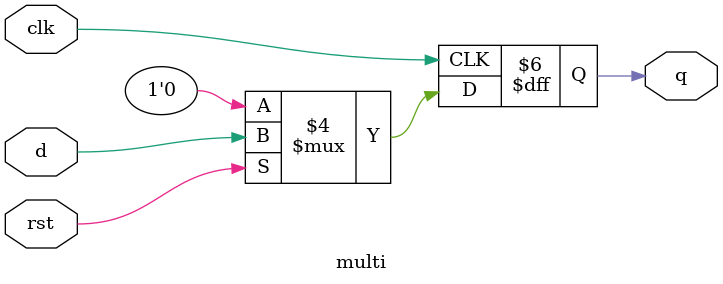
<source format=v>
`timescale 1ns / 1ps
module multi(d,q,clk,rst   );

	input d,rst,clk; 
	output q; 
	reg q;
	
	
	always @(posedge clk) 
	begin 
	
		if(~rst) 
			q = 0; 
			
		else  
			q = d;
	
	end


endmodule

</source>
